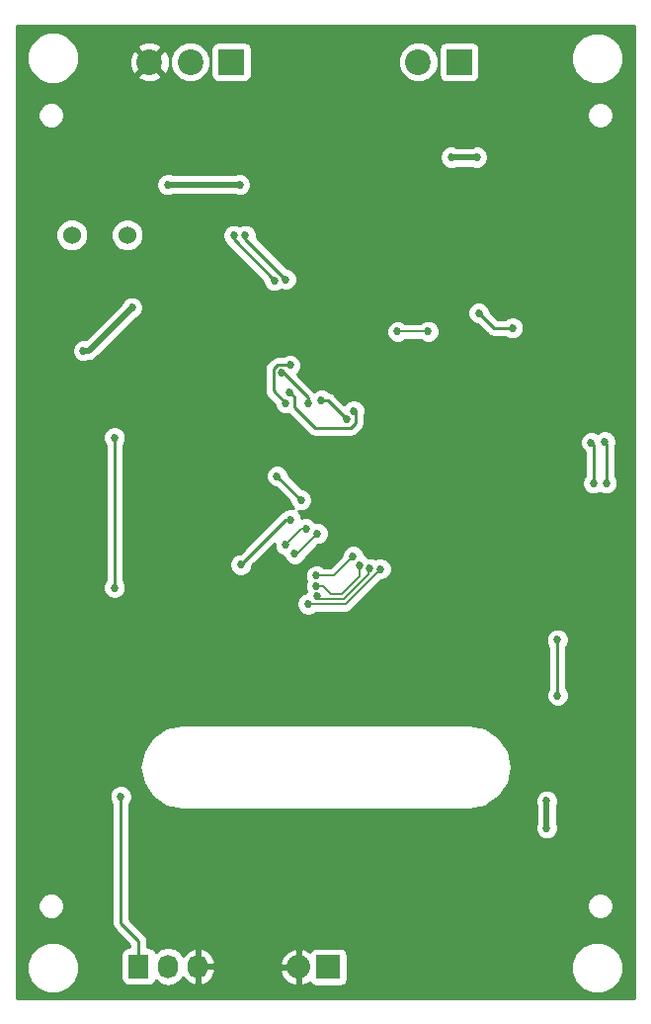
<source format=gbl>
G04 #@! TF.FileFunction,Copper,L2,Bot,Signal*
%FSLAX46Y46*%
G04 Gerber Fmt 4.6, Leading zero omitted, Abs format (unit mm)*
G04 Created by KiCad (PCBNEW 4.0.1-stable) date 3/14/2016 2:44:03 AM*
%MOMM*%
G01*
G04 APERTURE LIST*
%ADD10C,0.100000*%
%ADD11C,0.685800*%
%ADD12R,2.200000X2.200000*%
%ADD13C,2.200000*%
%ADD14C,1.524000*%
%ADD15R,1.727200X2.032000*%
%ADD16O,1.727200X2.032000*%
%ADD17R,2.032000X2.032000*%
%ADD18O,2.032000X2.032000*%
%ADD19C,0.508000*%
%ADD20C,0.254000*%
%ADD21C,0.203200*%
G04 APERTURE END LIST*
D10*
D11*
X156362400Y-122478800D03*
X155092400Y-122478800D03*
X153822400Y-122478800D03*
X152552400Y-122478800D03*
X151282400Y-122478800D03*
X150012400Y-122478800D03*
X148742400Y-122478800D03*
X147472400Y-122478800D03*
X146202400Y-122478800D03*
X156362400Y-121208800D03*
X155092400Y-121208800D03*
X153822400Y-121208800D03*
X152552400Y-121208800D03*
X151282400Y-121208800D03*
X150012400Y-121208800D03*
X148742400Y-121208800D03*
X147472400Y-121208800D03*
X146202400Y-121208800D03*
X156362400Y-119938800D03*
X155092400Y-119938800D03*
X153822400Y-119938800D03*
X152552400Y-119938800D03*
X151282400Y-119938800D03*
X150012400Y-119938800D03*
X148742400Y-119938800D03*
X147472400Y-119938800D03*
X146202400Y-119938800D03*
X156362400Y-118668800D03*
X155092400Y-118668800D03*
X153822400Y-118668800D03*
X152552400Y-118668800D03*
X151282400Y-118668800D03*
X150012400Y-118668800D03*
X148742400Y-118668800D03*
X147472400Y-118668800D03*
X146202400Y-118668800D03*
X167259000Y-113741200D03*
X166243000Y-113741200D03*
X165227000Y-113741200D03*
X167259000Y-112725200D03*
X166243000Y-112725200D03*
X165227000Y-112725200D03*
X167259000Y-111709200D03*
X166243000Y-111709200D03*
X165227000Y-111709200D03*
X147701000Y-113055400D03*
X146685000Y-113055400D03*
X147701000Y-112039400D03*
X146685000Y-112039400D03*
X170840400Y-140462000D03*
X169824400Y-140462000D03*
X168808400Y-140462000D03*
X167792400Y-140462000D03*
X166776400Y-140462000D03*
X165760400Y-140462000D03*
X170840400Y-139446000D03*
X169824400Y-139446000D03*
X168808400Y-139446000D03*
X167792400Y-139446000D03*
X166776400Y-139446000D03*
X165760400Y-139446000D03*
X170840400Y-138430000D03*
X169824400Y-138430000D03*
X168808400Y-138430000D03*
X167792400Y-138430000D03*
X166776400Y-138430000D03*
X165760400Y-138430000D03*
X140157200Y-114249200D03*
X139141200Y-114249200D03*
X138125200Y-114249200D03*
X140157200Y-113233200D03*
X139141200Y-113233200D03*
X138125200Y-113233200D03*
X145923000Y-142976600D03*
X144907000Y-142976600D03*
X145923000Y-141960600D03*
X146939000Y-141960600D03*
X147955000Y-140944600D03*
X146939000Y-142976600D03*
X146939000Y-140944600D03*
X147955000Y-141960600D03*
X147955000Y-142976600D03*
X146939000Y-139928600D03*
X144907000Y-140944600D03*
X144907000Y-139928600D03*
X145923000Y-140944600D03*
X145923000Y-139928600D03*
X144907000Y-141960600D03*
X147955000Y-139928600D03*
X156362400Y-141986000D03*
X155346400Y-141986000D03*
X154330400Y-141986000D03*
X153314400Y-141986000D03*
X156362400Y-140970000D03*
X155346400Y-140970000D03*
X154330400Y-140970000D03*
X153314400Y-140970000D03*
X156362400Y-139954000D03*
X155346400Y-139954000D03*
X154330400Y-139954000D03*
X153314400Y-139954000D03*
X156362400Y-138938000D03*
X155346400Y-138938000D03*
X154330400Y-138938000D03*
D12*
X164688400Y-67157600D03*
D13*
X161188400Y-67157600D03*
D12*
X145155800Y-67157600D03*
D13*
X141655800Y-67157600D03*
X138155800Y-67157600D03*
D14*
X131495800Y-81965800D03*
X136245800Y-81965800D03*
D15*
X137210800Y-144627600D03*
D16*
X139750800Y-144627600D03*
X142290800Y-144627600D03*
D17*
X153466800Y-144678400D03*
D18*
X150926800Y-144678400D03*
D11*
X153314400Y-138938000D03*
X164007800Y-75311000D03*
X166192200Y-75311000D03*
X178841400Y-109804200D03*
X141834033Y-106477233D03*
X157861000Y-102946200D03*
X169697400Y-109905800D03*
X170535600Y-95046800D03*
X178866800Y-94945200D03*
X177368200Y-104597200D03*
X157403800Y-79984600D03*
X171399200Y-80187800D03*
X132791200Y-103225600D03*
X132791200Y-100888800D03*
X140360400Y-91770200D03*
X132486400Y-91897200D03*
X136652000Y-88188800D03*
X145872200Y-77673200D03*
X139725400Y-77673200D03*
X155651200Y-97028000D03*
X150183713Y-95485216D03*
X155083196Y-97776732D03*
X152881800Y-96138200D03*
X166370000Y-88646000D03*
X169265600Y-89941400D03*
X177165000Y-99695000D03*
X177317400Y-103241710D03*
X175996600Y-99745800D03*
X176199800Y-103241710D03*
X159410400Y-90246200D03*
X162026600Y-90228785D03*
X172186600Y-130441689D03*
X172186600Y-132791200D03*
X145973800Y-110197910D03*
X150225819Y-106364979D03*
X151567294Y-107131705D03*
X149819866Y-108498133D03*
X152557903Y-107542948D03*
X150594566Y-109272834D03*
X157937200Y-110578853D03*
X151751900Y-113575707D03*
X157034699Y-110565355D03*
X152477727Y-112927997D03*
X156196230Y-110269901D03*
X152450800Y-112039403D03*
X155600400Y-109474000D03*
X152450800Y-111150400D03*
X135153400Y-112191800D03*
X135686800Y-130073400D03*
X135148900Y-99334900D03*
X146354800Y-82003890D03*
X149834600Y-85775800D03*
X150190200Y-93116400D03*
X149817484Y-96372463D03*
X145364200Y-82003890D03*
X148869400Y-85877400D03*
X149479000Y-93802200D03*
X151716190Y-96402087D03*
X173101000Y-116636800D03*
X173126400Y-121412000D03*
X149072600Y-102616000D03*
X151120980Y-104677559D03*
D19*
X166192200Y-75311000D02*
X164007800Y-75311000D01*
X136652000Y-88188800D02*
X132943600Y-91897200D01*
X132943600Y-91897200D02*
X132486400Y-91897200D01*
X139725400Y-77673200D02*
X145872200Y-77673200D01*
D20*
X155651200Y-97028000D02*
X155807097Y-97183898D01*
X155807097Y-97183898D02*
X155807097Y-98124205D01*
X155807097Y-98124205D02*
X155430669Y-98500633D01*
X155430669Y-98500633D02*
X152322082Y-98500633D01*
X150541385Y-96719936D02*
X150541385Y-95842888D01*
X152322082Y-98500633D02*
X150541385Y-96719936D01*
X150541385Y-95842888D02*
X150526612Y-95828115D01*
X150526612Y-95828115D02*
X150183713Y-95485216D01*
X155083196Y-97776732D02*
X153444664Y-96138200D01*
X153444664Y-96138200D02*
X152881800Y-96138200D01*
X169265600Y-89941400D02*
X167665400Y-89941400D01*
X167665400Y-89941400D02*
X166370000Y-88646000D01*
X177317400Y-103241710D02*
X177317400Y-99847400D01*
X177317400Y-99847400D02*
X177165000Y-99695000D01*
X176199800Y-103241710D02*
X176199800Y-99949000D01*
X176199800Y-99949000D02*
X175996600Y-99745800D01*
D21*
X162026600Y-90228785D02*
X159427815Y-90228785D01*
X159427815Y-90228785D02*
X159410400Y-90246200D01*
D19*
X172186600Y-132791200D02*
X172186600Y-130441689D01*
D20*
X145973800Y-110197910D02*
X149806731Y-106364979D01*
X149806731Y-106364979D02*
X150225819Y-106364979D01*
D21*
X149819866Y-108498133D02*
X151186294Y-107131705D01*
X151186294Y-107131705D02*
X151567294Y-107131705D01*
X152557903Y-107542948D02*
X150828017Y-109272834D01*
X150828017Y-109272834D02*
X150594566Y-109272834D01*
X157937200Y-110578853D02*
X154940346Y-113575707D01*
X154940346Y-113575707D02*
X151751900Y-113575707D01*
X157034699Y-110565355D02*
X156895800Y-110704254D01*
X156895800Y-110704254D02*
X156895800Y-111045503D01*
X156895800Y-111045503D02*
X154772006Y-113169297D01*
X154772006Y-113169297D02*
X152719027Y-113169297D01*
X152719027Y-113169297D02*
X152477727Y-112927997D01*
X153707687Y-112762887D02*
X152984203Y-112039403D01*
X152984203Y-112039403D02*
X152450800Y-112039403D01*
X154603666Y-112762887D02*
X153707687Y-112762887D01*
X156196230Y-111170323D02*
X154603666Y-112762887D01*
X156196230Y-110269901D02*
X156196230Y-111170323D01*
X155600400Y-109474000D02*
X153924000Y-111150400D01*
X153924000Y-111150400D02*
X152450800Y-111150400D01*
D20*
X135686800Y-140919200D02*
X137210800Y-142443200D01*
X137210800Y-142443200D02*
X137210800Y-144627600D01*
X135148900Y-110434700D02*
X135148900Y-112187300D01*
X135148900Y-112187300D02*
X135153400Y-112191800D01*
X135686800Y-130073400D02*
X135686800Y-140919200D01*
X135148900Y-99334900D02*
X135148900Y-110434700D01*
X149834600Y-85775800D02*
X146354800Y-82296000D01*
X146354800Y-82296000D02*
X146354800Y-82003890D01*
X149817484Y-96372463D02*
X148755099Y-95310078D01*
X148755099Y-95310078D02*
X148755099Y-93454727D01*
X148755099Y-93454727D02*
X149131527Y-93078299D01*
X149131527Y-93078299D02*
X150152099Y-93078299D01*
X150152099Y-93078299D02*
X150190200Y-93116400D01*
X148869400Y-85877400D02*
X145364200Y-82372200D01*
X145364200Y-82372200D02*
X145364200Y-82003890D01*
X151716190Y-96402087D02*
X151716190Y-95917154D01*
X151716190Y-95917154D02*
X149601236Y-93802200D01*
X149601236Y-93802200D02*
X149479000Y-93802200D01*
X173126400Y-121412000D02*
X173126400Y-116662200D01*
X173126400Y-116662200D02*
X173101000Y-116636800D01*
X151120980Y-104677559D02*
X149072600Y-102629179D01*
X149072600Y-102629179D02*
X149072600Y-102616000D01*
G36*
X179731600Y-147320168D02*
X126795600Y-147345304D01*
X126795600Y-145169343D01*
X127647315Y-145169343D01*
X127984958Y-145986500D01*
X128609611Y-146612245D01*
X129426178Y-146951313D01*
X130310343Y-146952085D01*
X131127500Y-146614442D01*
X131753245Y-145989789D01*
X132092313Y-145173222D01*
X132093085Y-144289057D01*
X131755442Y-143471900D01*
X131130789Y-142846155D01*
X130314222Y-142507087D01*
X129430057Y-142506315D01*
X128612900Y-142843958D01*
X127987155Y-143468611D01*
X127648087Y-144285178D01*
X127647315Y-145169343D01*
X126795600Y-145169343D01*
X126795600Y-139674775D01*
X128594803Y-139674775D01*
X128767233Y-140092086D01*
X129086235Y-140411645D01*
X129503244Y-140584803D01*
X129954775Y-140585197D01*
X130372086Y-140412767D01*
X130691645Y-140093765D01*
X130864803Y-139676756D01*
X130865197Y-139225225D01*
X130692767Y-138807914D01*
X130373765Y-138488355D01*
X129956756Y-138315197D01*
X129505225Y-138314803D01*
X129087914Y-138487233D01*
X128768355Y-138806235D01*
X128595197Y-139223244D01*
X128594803Y-139674775D01*
X126795600Y-139674775D01*
X126795600Y-130267063D01*
X134708731Y-130267063D01*
X134857293Y-130626612D01*
X134924800Y-130694237D01*
X134924800Y-140919200D01*
X134982804Y-141210805D01*
X135147985Y-141458015D01*
X136448800Y-142758831D01*
X136448800Y-142964160D01*
X136347200Y-142964160D01*
X136111883Y-143008438D01*
X135895759Y-143147510D01*
X135750769Y-143359710D01*
X135699760Y-143611600D01*
X135699760Y-145643600D01*
X135744038Y-145878917D01*
X135883110Y-146095041D01*
X136095310Y-146240031D01*
X136347200Y-146291040D01*
X138074400Y-146291040D01*
X138309717Y-146246762D01*
X138525841Y-146107690D01*
X138670831Y-145895490D01*
X138679200Y-145854161D01*
X138691130Y-145872015D01*
X139177311Y-146196871D01*
X139750800Y-146310945D01*
X140324289Y-146196871D01*
X140810470Y-145872015D01*
X141017261Y-145562531D01*
X141388764Y-145978332D01*
X141916009Y-146232309D01*
X141931774Y-146234958D01*
X142163800Y-146113817D01*
X142163800Y-144754600D01*
X142417800Y-144754600D01*
X142417800Y-146113817D01*
X142649826Y-146234958D01*
X142665591Y-146232309D01*
X143192836Y-145978332D01*
X143582754Y-145541920D01*
X143750857Y-145061346D01*
X149320817Y-145061346D01*
X149589612Y-145646779D01*
X150061982Y-146084785D01*
X150543856Y-146284375D01*
X150799800Y-146165236D01*
X150799800Y-144805400D01*
X149439433Y-144805400D01*
X149320817Y-145061346D01*
X143750857Y-145061346D01*
X143775984Y-144989513D01*
X143631724Y-144754600D01*
X142417800Y-144754600D01*
X142163800Y-144754600D01*
X142143800Y-144754600D01*
X142143800Y-144500600D01*
X142163800Y-144500600D01*
X142163800Y-143141383D01*
X142417800Y-143141383D01*
X142417800Y-144500600D01*
X143631724Y-144500600D01*
X143757704Y-144295454D01*
X149320817Y-144295454D01*
X149439433Y-144551400D01*
X150799800Y-144551400D01*
X150799800Y-143191564D01*
X151053800Y-143191564D01*
X151053800Y-144551400D01*
X151073800Y-144551400D01*
X151073800Y-144805400D01*
X151053800Y-144805400D01*
X151053800Y-146165236D01*
X151309744Y-146284375D01*
X151791618Y-146084785D01*
X151889198Y-145994303D01*
X151986710Y-146145841D01*
X152198910Y-146290831D01*
X152450800Y-146341840D01*
X154482800Y-146341840D01*
X154718117Y-146297562D01*
X154934241Y-146158490D01*
X155079231Y-145946290D01*
X155130240Y-145694400D01*
X155130240Y-145169343D01*
X174281715Y-145169343D01*
X174619358Y-145986500D01*
X175244011Y-146612245D01*
X176060578Y-146951313D01*
X176944743Y-146952085D01*
X177761900Y-146614442D01*
X178387645Y-145989789D01*
X178726713Y-145173222D01*
X178727485Y-144289057D01*
X178389842Y-143471900D01*
X177765189Y-142846155D01*
X176948622Y-142507087D01*
X176064457Y-142506315D01*
X175247300Y-142843958D01*
X174621555Y-143468611D01*
X174282487Y-144285178D01*
X174281715Y-145169343D01*
X155130240Y-145169343D01*
X155130240Y-143662400D01*
X155085962Y-143427083D01*
X154946890Y-143210959D01*
X154734690Y-143065969D01*
X154482800Y-143014960D01*
X152450800Y-143014960D01*
X152215483Y-143059238D01*
X151999359Y-143198310D01*
X151887960Y-143361348D01*
X151791618Y-143272015D01*
X151309744Y-143072425D01*
X151053800Y-143191564D01*
X150799800Y-143191564D01*
X150543856Y-143072425D01*
X150061982Y-143272015D01*
X149589612Y-143710021D01*
X149320817Y-144295454D01*
X143757704Y-144295454D01*
X143775984Y-144265687D01*
X143582754Y-143713280D01*
X143192836Y-143276868D01*
X142665591Y-143022891D01*
X142649826Y-143020242D01*
X142417800Y-143141383D01*
X142163800Y-143141383D01*
X141931774Y-143020242D01*
X141916009Y-143022891D01*
X141388764Y-143276868D01*
X141017261Y-143692669D01*
X140810470Y-143383185D01*
X140324289Y-143058329D01*
X139750800Y-142944255D01*
X139177311Y-143058329D01*
X138691130Y-143383185D01*
X138681557Y-143397513D01*
X138677562Y-143376283D01*
X138538490Y-143160159D01*
X138326290Y-143015169D01*
X138074400Y-142964160D01*
X137972800Y-142964160D01*
X137972800Y-142443200D01*
X137914796Y-142151595D01*
X137749615Y-141904384D01*
X136448800Y-140603570D01*
X136448800Y-139674775D01*
X175634803Y-139674775D01*
X175807233Y-140092086D01*
X176126235Y-140411645D01*
X176543244Y-140584803D01*
X176994775Y-140585197D01*
X177412086Y-140412767D01*
X177731645Y-140093765D01*
X177904803Y-139676756D01*
X177905197Y-139225225D01*
X177732767Y-138807914D01*
X177413765Y-138488355D01*
X176996756Y-138315197D01*
X176545225Y-138314803D01*
X176127914Y-138487233D01*
X175808355Y-138806235D01*
X175635197Y-139223244D01*
X175634803Y-139674775D01*
X136448800Y-139674775D01*
X136448800Y-130694483D01*
X136515340Y-130628059D01*
X136664530Y-130268770D01*
X136664869Y-129879737D01*
X136516307Y-129520188D01*
X136241459Y-129244860D01*
X135882170Y-129095670D01*
X135493137Y-129095331D01*
X135133588Y-129243893D01*
X134858260Y-129518741D01*
X134709070Y-129878030D01*
X134708731Y-130267063D01*
X126795600Y-130267063D01*
X126795600Y-127550000D01*
X137308692Y-127550000D01*
X137585390Y-128941054D01*
X138373359Y-130120333D01*
X139552638Y-130908302D01*
X140943692Y-131185000D01*
X165556308Y-131185000D01*
X166947362Y-130908302D01*
X167355860Y-130635352D01*
X171208531Y-130635352D01*
X171297600Y-130850916D01*
X171297600Y-132382145D01*
X171208870Y-132595830D01*
X171208531Y-132984863D01*
X171357093Y-133344412D01*
X171631941Y-133619740D01*
X171991230Y-133768930D01*
X172380263Y-133769269D01*
X172739812Y-133620707D01*
X173015140Y-133345859D01*
X173164330Y-132986570D01*
X173164669Y-132597537D01*
X173075600Y-132381973D01*
X173075600Y-130850744D01*
X173164330Y-130637059D01*
X173164669Y-130248026D01*
X173016107Y-129888477D01*
X172741259Y-129613149D01*
X172381970Y-129463959D01*
X171992937Y-129463620D01*
X171633388Y-129612182D01*
X171358060Y-129887030D01*
X171208870Y-130246319D01*
X171208531Y-130635352D01*
X167355860Y-130635352D01*
X168126641Y-130120333D01*
X168914610Y-128941054D01*
X169191308Y-127550000D01*
X168914610Y-126158946D01*
X168126641Y-124979667D01*
X166947362Y-124191698D01*
X165556308Y-123915000D01*
X140943692Y-123915000D01*
X139552638Y-124191698D01*
X138373359Y-124979667D01*
X137585390Y-126158946D01*
X137308692Y-127550000D01*
X126795600Y-127550000D01*
X126795600Y-116830463D01*
X172122931Y-116830463D01*
X172271493Y-117190012D01*
X172364400Y-117283081D01*
X172364400Y-120790917D01*
X172297860Y-120857341D01*
X172148670Y-121216630D01*
X172148331Y-121605663D01*
X172296893Y-121965212D01*
X172571741Y-122240540D01*
X172931030Y-122389730D01*
X173320063Y-122390069D01*
X173679612Y-122241507D01*
X173954940Y-121966659D01*
X174104130Y-121607370D01*
X174104469Y-121218337D01*
X173955907Y-120858788D01*
X173888400Y-120791163D01*
X173888400Y-117232527D01*
X173929540Y-117191459D01*
X174078730Y-116832170D01*
X174079069Y-116443137D01*
X173930507Y-116083588D01*
X173655659Y-115808260D01*
X173296370Y-115659070D01*
X172907337Y-115658731D01*
X172547788Y-115807293D01*
X172272460Y-116082141D01*
X172123270Y-116441430D01*
X172122931Y-116830463D01*
X126795600Y-116830463D01*
X126795600Y-113769370D01*
X150773831Y-113769370D01*
X150922393Y-114128919D01*
X151197241Y-114404247D01*
X151556530Y-114553437D01*
X151945563Y-114553776D01*
X152305112Y-114405214D01*
X152398181Y-114312307D01*
X154940346Y-114312307D01*
X155222231Y-114256237D01*
X155461201Y-114096562D01*
X158000954Y-111556809D01*
X158130863Y-111556922D01*
X158490412Y-111408360D01*
X158765740Y-111133512D01*
X158914930Y-110774223D01*
X158915269Y-110385190D01*
X158766707Y-110025641D01*
X158491859Y-109750313D01*
X158132570Y-109601123D01*
X157743537Y-109600784D01*
X157502053Y-109700563D01*
X157230069Y-109587625D01*
X156896608Y-109587334D01*
X156750889Y-109441361D01*
X156578391Y-109369734D01*
X156578469Y-109280337D01*
X156429907Y-108920788D01*
X156155059Y-108645460D01*
X155795770Y-108496270D01*
X155406737Y-108495931D01*
X155047188Y-108644493D01*
X154771860Y-108919341D01*
X154622670Y-109278630D01*
X154622555Y-109410135D01*
X153618890Y-110413800D01*
X153097239Y-110413800D01*
X153005459Y-110321860D01*
X152646170Y-110172670D01*
X152257137Y-110172331D01*
X151897588Y-110320893D01*
X151622260Y-110595741D01*
X151473070Y-110955030D01*
X151472731Y-111344063D01*
X151576447Y-111595075D01*
X151473070Y-111844033D01*
X151472731Y-112233066D01*
X151589792Y-112516377D01*
X151555596Y-112598729D01*
X151198688Y-112746200D01*
X150923360Y-113021048D01*
X150774170Y-113380337D01*
X150773831Y-113769370D01*
X126795600Y-113769370D01*
X126795600Y-99528563D01*
X134170831Y-99528563D01*
X134319393Y-99888112D01*
X134386900Y-99955737D01*
X134386900Y-111575209D01*
X134324860Y-111637141D01*
X134175670Y-111996430D01*
X134175331Y-112385463D01*
X134323893Y-112745012D01*
X134598741Y-113020340D01*
X134958030Y-113169530D01*
X135347063Y-113169869D01*
X135706612Y-113021307D01*
X135981940Y-112746459D01*
X136131130Y-112387170D01*
X136131469Y-111998137D01*
X135982907Y-111638588D01*
X135910900Y-111566455D01*
X135910900Y-110391573D01*
X144995731Y-110391573D01*
X145144293Y-110751122D01*
X145419141Y-111026450D01*
X145778430Y-111175640D01*
X146167463Y-111175979D01*
X146527012Y-111027417D01*
X146802340Y-110752569D01*
X146951530Y-110393280D01*
X146951613Y-110297727D01*
X148842045Y-108407295D01*
X148841797Y-108691796D01*
X148990359Y-109051345D01*
X149265207Y-109326673D01*
X149619512Y-109473793D01*
X149765059Y-109826046D01*
X150039907Y-110101374D01*
X150399196Y-110250564D01*
X150788229Y-110250903D01*
X151147778Y-110102341D01*
X151423106Y-109827493D01*
X151499823Y-109642738D01*
X152621657Y-108520904D01*
X152751566Y-108521017D01*
X153111115Y-108372455D01*
X153386443Y-108097607D01*
X153535633Y-107738318D01*
X153535972Y-107349285D01*
X153387410Y-106989736D01*
X153112562Y-106714408D01*
X152753273Y-106565218D01*
X152383227Y-106564896D01*
X152121953Y-106303165D01*
X151762664Y-106153975D01*
X151373631Y-106153636D01*
X151203842Y-106223791D01*
X151203888Y-106171316D01*
X151055326Y-105811767D01*
X150880367Y-105636502D01*
X150925610Y-105655289D01*
X151314643Y-105655628D01*
X151674192Y-105507066D01*
X151949520Y-105232218D01*
X152098710Y-104872929D01*
X152099049Y-104483896D01*
X151950487Y-104124347D01*
X151675639Y-103849019D01*
X151316350Y-103699829D01*
X151220798Y-103699746D01*
X150050576Y-102529524D01*
X150050669Y-102422337D01*
X149902107Y-102062788D01*
X149627259Y-101787460D01*
X149267970Y-101638270D01*
X148878937Y-101637931D01*
X148519388Y-101786493D01*
X148244060Y-102061341D01*
X148094870Y-102420630D01*
X148094531Y-102809663D01*
X148243093Y-103169212D01*
X148517941Y-103444540D01*
X148877230Y-103593730D01*
X148959593Y-103593802D01*
X150142993Y-104777203D01*
X150142911Y-104871222D01*
X150291473Y-105230771D01*
X150466432Y-105406036D01*
X150421189Y-105387249D01*
X150032156Y-105386910D01*
X149672607Y-105535472D01*
X149554778Y-105653096D01*
X149515126Y-105660983D01*
X149291628Y-105810320D01*
X149267916Y-105826164D01*
X145874157Y-109219923D01*
X145780137Y-109219841D01*
X145420588Y-109368403D01*
X145145260Y-109643251D01*
X144996070Y-110002540D01*
X144995731Y-110391573D01*
X135910900Y-110391573D01*
X135910900Y-99955983D01*
X135927448Y-99939463D01*
X175018531Y-99939463D01*
X175167093Y-100299012D01*
X175437800Y-100570192D01*
X175437800Y-102620627D01*
X175371260Y-102687051D01*
X175222070Y-103046340D01*
X175221731Y-103435373D01*
X175370293Y-103794922D01*
X175645141Y-104070250D01*
X176004430Y-104219440D01*
X176393463Y-104219779D01*
X176753012Y-104071217D01*
X176758368Y-104065870D01*
X176762741Y-104070250D01*
X177122030Y-104219440D01*
X177511063Y-104219779D01*
X177870612Y-104071217D01*
X178145940Y-103796369D01*
X178295130Y-103437080D01*
X178295469Y-103048047D01*
X178146907Y-102688498D01*
X178079400Y-102620873D01*
X178079400Y-100042885D01*
X178142730Y-99890370D01*
X178143069Y-99501337D01*
X177994507Y-99141788D01*
X177719659Y-98866460D01*
X177360370Y-98717270D01*
X176971337Y-98716931D01*
X176611788Y-98865493D01*
X176555587Y-98921596D01*
X176551259Y-98917260D01*
X176191970Y-98768070D01*
X175802937Y-98767731D01*
X175443388Y-98916293D01*
X175168060Y-99191141D01*
X175018870Y-99550430D01*
X175018531Y-99939463D01*
X135927448Y-99939463D01*
X135977440Y-99889559D01*
X136126630Y-99530270D01*
X136126969Y-99141237D01*
X135978407Y-98781688D01*
X135703559Y-98506360D01*
X135344270Y-98357170D01*
X134955237Y-98356831D01*
X134595688Y-98505393D01*
X134320360Y-98780241D01*
X134171170Y-99139530D01*
X134170831Y-99528563D01*
X126795600Y-99528563D01*
X126795600Y-93454727D01*
X147993099Y-93454727D01*
X147993099Y-95310078D01*
X148051103Y-95601683D01*
X148168126Y-95776820D01*
X148216284Y-95848893D01*
X148839497Y-96472107D01*
X148839415Y-96566126D01*
X148987977Y-96925675D01*
X149262825Y-97201003D01*
X149622114Y-97350193D01*
X150011147Y-97350532D01*
X150070024Y-97326205D01*
X151783267Y-99039448D01*
X152030477Y-99204629D01*
X152322082Y-99262633D01*
X155430669Y-99262633D01*
X155722274Y-99204629D01*
X155969484Y-99039448D01*
X156345913Y-98663020D01*
X156511094Y-98415809D01*
X156569097Y-98124205D01*
X156569097Y-97367464D01*
X156628930Y-97223370D01*
X156629269Y-96834337D01*
X156480707Y-96474788D01*
X156205859Y-96199460D01*
X155846570Y-96050270D01*
X155457537Y-96049931D01*
X155097988Y-96198493D01*
X154840063Y-96455969D01*
X153983479Y-95599385D01*
X153944810Y-95573547D01*
X153736269Y-95434204D01*
X153517308Y-95390650D01*
X153436459Y-95309660D01*
X153077170Y-95160470D01*
X152688137Y-95160131D01*
X152328588Y-95308693D01*
X152256532Y-95380623D01*
X152255006Y-95378339D01*
X150783027Y-93906361D01*
X151018740Y-93671059D01*
X151167930Y-93311770D01*
X151168269Y-92922737D01*
X151019707Y-92563188D01*
X150744859Y-92287860D01*
X150385570Y-92138670D01*
X149996537Y-92138331D01*
X149636988Y-92286893D01*
X149607531Y-92316299D01*
X149131527Y-92316299D01*
X148839923Y-92374302D01*
X148592712Y-92539483D01*
X148216284Y-92915912D01*
X148051103Y-93163122D01*
X147993099Y-93454727D01*
X126795600Y-93454727D01*
X126795600Y-92090863D01*
X131508331Y-92090863D01*
X131656893Y-92450412D01*
X131931741Y-92725740D01*
X132291030Y-92874930D01*
X132680063Y-92875269D01*
X132895627Y-92786200D01*
X132943600Y-92786200D01*
X133283806Y-92718529D01*
X133572218Y-92525818D01*
X135658173Y-90439863D01*
X158432331Y-90439863D01*
X158580893Y-90799412D01*
X158855741Y-91074740D01*
X159215030Y-91223930D01*
X159604063Y-91224269D01*
X159963612Y-91075707D01*
X160074127Y-90965385D01*
X161380161Y-90965385D01*
X161471941Y-91057325D01*
X161831230Y-91206515D01*
X162220263Y-91206854D01*
X162579812Y-91058292D01*
X162855140Y-90783444D01*
X163004330Y-90424155D01*
X163004669Y-90035122D01*
X162856107Y-89675573D01*
X162581259Y-89400245D01*
X162221970Y-89251055D01*
X161832937Y-89250716D01*
X161473388Y-89399278D01*
X161380319Y-89492185D01*
X160039454Y-89492185D01*
X159965059Y-89417660D01*
X159605770Y-89268470D01*
X159216737Y-89268131D01*
X158857188Y-89416693D01*
X158581860Y-89691541D01*
X158432670Y-90050830D01*
X158432331Y-90439863D01*
X135658173Y-90439863D01*
X136991373Y-89106663D01*
X137205212Y-89018307D01*
X137384167Y-88839663D01*
X165391931Y-88839663D01*
X165540493Y-89199212D01*
X165815341Y-89474540D01*
X166174630Y-89623730D01*
X166270183Y-89623813D01*
X167126584Y-90480215D01*
X167198227Y-90528085D01*
X167373795Y-90645396D01*
X167665400Y-90703400D01*
X168644517Y-90703400D01*
X168710941Y-90769940D01*
X169070230Y-90919130D01*
X169459263Y-90919469D01*
X169818812Y-90770907D01*
X170094140Y-90496059D01*
X170243330Y-90136770D01*
X170243669Y-89747737D01*
X170095107Y-89388188D01*
X169820259Y-89112860D01*
X169460970Y-88963670D01*
X169071937Y-88963331D01*
X168712388Y-89111893D01*
X168644763Y-89179400D01*
X167981031Y-89179400D01*
X167347987Y-88546357D01*
X167348069Y-88452337D01*
X167199507Y-88092788D01*
X166924659Y-87817460D01*
X166565370Y-87668270D01*
X166176337Y-87667931D01*
X165816788Y-87816493D01*
X165541460Y-88091341D01*
X165392270Y-88450630D01*
X165391931Y-88839663D01*
X137384167Y-88839663D01*
X137480540Y-88743459D01*
X137629730Y-88384170D01*
X137630069Y-87995137D01*
X137481507Y-87635588D01*
X137206659Y-87360260D01*
X136847370Y-87211070D01*
X136458337Y-87210731D01*
X136098788Y-87359293D01*
X135823460Y-87634141D01*
X135734014Y-87849550D01*
X132664109Y-90919455D01*
X132292737Y-90919131D01*
X131933188Y-91067693D01*
X131657860Y-91342541D01*
X131508670Y-91701830D01*
X131508331Y-92090863D01*
X126795600Y-92090863D01*
X126795600Y-82242461D01*
X130098558Y-82242461D01*
X130310790Y-82756103D01*
X130703430Y-83149429D01*
X131216700Y-83362557D01*
X131772461Y-83363042D01*
X132286103Y-83150810D01*
X132679429Y-82758170D01*
X132892557Y-82244900D01*
X132892559Y-82242461D01*
X134848558Y-82242461D01*
X135060790Y-82756103D01*
X135453430Y-83149429D01*
X135966700Y-83362557D01*
X136522461Y-83363042D01*
X137036103Y-83150810D01*
X137429429Y-82758170D01*
X137642557Y-82244900D01*
X137642598Y-82197553D01*
X144386131Y-82197553D01*
X144534693Y-82557102D01*
X144698654Y-82721349D01*
X144721876Y-82756103D01*
X144825385Y-82911015D01*
X147891413Y-85977044D01*
X147891331Y-86071063D01*
X148039893Y-86430612D01*
X148314741Y-86705940D01*
X148674030Y-86855130D01*
X149063063Y-86855469D01*
X149422612Y-86706907D01*
X149453263Y-86676310D01*
X149639230Y-86753530D01*
X150028263Y-86753869D01*
X150387812Y-86605307D01*
X150663140Y-86330459D01*
X150812330Y-85971170D01*
X150812669Y-85582137D01*
X150664107Y-85222588D01*
X150389259Y-84947260D01*
X150029970Y-84798070D01*
X149934418Y-84797987D01*
X147332533Y-82196103D01*
X147332869Y-81810227D01*
X147184307Y-81450678D01*
X146909459Y-81175350D01*
X146550170Y-81026160D01*
X146161137Y-81025821D01*
X145859201Y-81150578D01*
X145559570Y-81026160D01*
X145170537Y-81025821D01*
X144810988Y-81174383D01*
X144535660Y-81449231D01*
X144386470Y-81808520D01*
X144386131Y-82197553D01*
X137642598Y-82197553D01*
X137643042Y-81689139D01*
X137430810Y-81175497D01*
X137038170Y-80782171D01*
X136524900Y-80569043D01*
X135969139Y-80568558D01*
X135455497Y-80780790D01*
X135062171Y-81173430D01*
X134849043Y-81686700D01*
X134848558Y-82242461D01*
X132892559Y-82242461D01*
X132893042Y-81689139D01*
X132680810Y-81175497D01*
X132288170Y-80782171D01*
X131774900Y-80569043D01*
X131219139Y-80568558D01*
X130705497Y-80780790D01*
X130312171Y-81173430D01*
X130099043Y-81686700D01*
X130098558Y-82242461D01*
X126795600Y-82242461D01*
X126795600Y-77866863D01*
X138747331Y-77866863D01*
X138895893Y-78226412D01*
X139170741Y-78501740D01*
X139530030Y-78650930D01*
X139919063Y-78651269D01*
X140134627Y-78562200D01*
X145463145Y-78562200D01*
X145676830Y-78650930D01*
X146065863Y-78651269D01*
X146425412Y-78502707D01*
X146700740Y-78227859D01*
X146849930Y-77868570D01*
X146850269Y-77479537D01*
X146701707Y-77119988D01*
X146426859Y-76844660D01*
X146067570Y-76695470D01*
X145678537Y-76695131D01*
X145462973Y-76784200D01*
X140134455Y-76784200D01*
X139920770Y-76695470D01*
X139531737Y-76695131D01*
X139172188Y-76843693D01*
X138896860Y-77118541D01*
X138747670Y-77477830D01*
X138747331Y-77866863D01*
X126795600Y-77866863D01*
X126795600Y-75504663D01*
X163029731Y-75504663D01*
X163178293Y-75864212D01*
X163453141Y-76139540D01*
X163812430Y-76288730D01*
X164201463Y-76289069D01*
X164417027Y-76200000D01*
X165783145Y-76200000D01*
X165996830Y-76288730D01*
X166385863Y-76289069D01*
X166745412Y-76140507D01*
X167020740Y-75865659D01*
X167169930Y-75506370D01*
X167170269Y-75117337D01*
X167021707Y-74757788D01*
X166746859Y-74482460D01*
X166387570Y-74333270D01*
X165998537Y-74332931D01*
X165782973Y-74422000D01*
X164416855Y-74422000D01*
X164203170Y-74333270D01*
X163814137Y-74332931D01*
X163454588Y-74481493D01*
X163179260Y-74756341D01*
X163030070Y-75115630D01*
X163029731Y-75504663D01*
X126795600Y-75504663D01*
X126795600Y-71924775D01*
X128594803Y-71924775D01*
X128767233Y-72342086D01*
X129086235Y-72661645D01*
X129503244Y-72834803D01*
X129954775Y-72835197D01*
X130372086Y-72662767D01*
X130691645Y-72343765D01*
X130864803Y-71926756D01*
X130864804Y-71924775D01*
X175634803Y-71924775D01*
X175807233Y-72342086D01*
X176126235Y-72661645D01*
X176543244Y-72834803D01*
X176994775Y-72835197D01*
X177412086Y-72662767D01*
X177731645Y-72343765D01*
X177904803Y-71926756D01*
X177905197Y-71475225D01*
X177732767Y-71057914D01*
X177413765Y-70738355D01*
X176996756Y-70565197D01*
X176545225Y-70564803D01*
X176127914Y-70737233D01*
X175808355Y-71056235D01*
X175635197Y-71473244D01*
X175634803Y-71924775D01*
X130864804Y-71924775D01*
X130865197Y-71475225D01*
X130692767Y-71057914D01*
X130373765Y-70738355D01*
X129956756Y-70565197D01*
X129505225Y-70564803D01*
X129087914Y-70737233D01*
X128768355Y-71056235D01*
X128595197Y-71473244D01*
X128594803Y-71924775D01*
X126795600Y-71924775D01*
X126795600Y-67242143D01*
X127647315Y-67242143D01*
X127984958Y-68059300D01*
X128609611Y-68685045D01*
X129426178Y-69024113D01*
X130310343Y-69024885D01*
X131127500Y-68687242D01*
X131432806Y-68382468D01*
X137110537Y-68382468D01*
X137221441Y-68659699D01*
X137867393Y-68902923D01*
X138557253Y-68880436D01*
X139090159Y-68659699D01*
X139201063Y-68382468D01*
X138155800Y-67337205D01*
X137110537Y-68382468D01*
X131432806Y-68382468D01*
X131753245Y-68062589D01*
X132092313Y-67246022D01*
X132092642Y-66869193D01*
X136410477Y-66869193D01*
X136432964Y-67559053D01*
X136653701Y-68091959D01*
X136930932Y-68202863D01*
X137976195Y-67157600D01*
X138335405Y-67157600D01*
X139380668Y-68202863D01*
X139657899Y-68091959D01*
X139880341Y-67501199D01*
X139920499Y-67501199D01*
X140184081Y-68139115D01*
X140671718Y-68627604D01*
X141309173Y-68892299D01*
X141999399Y-68892901D01*
X142637315Y-68629319D01*
X143125804Y-68141682D01*
X143390499Y-67504227D01*
X143391101Y-66814001D01*
X143127519Y-66176085D01*
X143009241Y-66057600D01*
X143408360Y-66057600D01*
X143408360Y-68257600D01*
X143452638Y-68492917D01*
X143591710Y-68709041D01*
X143803910Y-68854031D01*
X144055800Y-68905040D01*
X146255800Y-68905040D01*
X146491117Y-68860762D01*
X146707241Y-68721690D01*
X146852231Y-68509490D01*
X146903240Y-68257600D01*
X146903240Y-67501199D01*
X159453099Y-67501199D01*
X159716681Y-68139115D01*
X160204318Y-68627604D01*
X160841773Y-68892299D01*
X161531999Y-68892901D01*
X162169915Y-68629319D01*
X162658404Y-68141682D01*
X162923099Y-67504227D01*
X162923701Y-66814001D01*
X162660119Y-66176085D01*
X162541841Y-66057600D01*
X162940960Y-66057600D01*
X162940960Y-68257600D01*
X162985238Y-68492917D01*
X163124310Y-68709041D01*
X163336510Y-68854031D01*
X163588400Y-68905040D01*
X165788400Y-68905040D01*
X166023717Y-68860762D01*
X166239841Y-68721690D01*
X166384831Y-68509490D01*
X166435840Y-68257600D01*
X166435840Y-67267543D01*
X174281715Y-67267543D01*
X174619358Y-68084700D01*
X175244011Y-68710445D01*
X176060578Y-69049513D01*
X176944743Y-69050285D01*
X177761900Y-68712642D01*
X178387645Y-68087989D01*
X178726713Y-67271422D01*
X178727485Y-66387257D01*
X178389842Y-65570100D01*
X177765189Y-64944355D01*
X176948622Y-64605287D01*
X176064457Y-64604515D01*
X175247300Y-64942158D01*
X174621555Y-65566811D01*
X174282487Y-66383378D01*
X174281715Y-67267543D01*
X166435840Y-67267543D01*
X166435840Y-66057600D01*
X166391562Y-65822283D01*
X166252490Y-65606159D01*
X166040290Y-65461169D01*
X165788400Y-65410160D01*
X163588400Y-65410160D01*
X163353083Y-65454438D01*
X163136959Y-65593510D01*
X162991969Y-65805710D01*
X162940960Y-66057600D01*
X162541841Y-66057600D01*
X162172482Y-65687596D01*
X161535027Y-65422901D01*
X160844801Y-65422299D01*
X160206885Y-65685881D01*
X159718396Y-66173518D01*
X159453701Y-66810973D01*
X159453099Y-67501199D01*
X146903240Y-67501199D01*
X146903240Y-66057600D01*
X146858962Y-65822283D01*
X146719890Y-65606159D01*
X146507690Y-65461169D01*
X146255800Y-65410160D01*
X144055800Y-65410160D01*
X143820483Y-65454438D01*
X143604359Y-65593510D01*
X143459369Y-65805710D01*
X143408360Y-66057600D01*
X143009241Y-66057600D01*
X142639882Y-65687596D01*
X142002427Y-65422901D01*
X141312201Y-65422299D01*
X140674285Y-65685881D01*
X140185796Y-66173518D01*
X139921101Y-66810973D01*
X139920499Y-67501199D01*
X139880341Y-67501199D01*
X139901123Y-67446007D01*
X139878636Y-66756147D01*
X139657899Y-66223241D01*
X139380668Y-66112337D01*
X138335405Y-67157600D01*
X137976195Y-67157600D01*
X136930932Y-66112337D01*
X136653701Y-66223241D01*
X136410477Y-66869193D01*
X132092642Y-66869193D01*
X132093085Y-66361857D01*
X131915774Y-65932732D01*
X137110537Y-65932732D01*
X138155800Y-66977995D01*
X139201063Y-65932732D01*
X139090159Y-65655501D01*
X138444207Y-65412277D01*
X137754347Y-65434764D01*
X137221441Y-65655501D01*
X137110537Y-65932732D01*
X131915774Y-65932732D01*
X131755442Y-65544700D01*
X131130789Y-64918955D01*
X130314222Y-64579887D01*
X129430057Y-64579115D01*
X128612900Y-64916758D01*
X127987155Y-65541411D01*
X127648087Y-66357978D01*
X127647315Y-67242143D01*
X126795600Y-67242143D01*
X126795600Y-64033400D01*
X179731600Y-64033400D01*
X179731600Y-147320168D01*
X179731600Y-147320168D01*
G37*
X179731600Y-147320168D02*
X126795600Y-147345304D01*
X126795600Y-145169343D01*
X127647315Y-145169343D01*
X127984958Y-145986500D01*
X128609611Y-146612245D01*
X129426178Y-146951313D01*
X130310343Y-146952085D01*
X131127500Y-146614442D01*
X131753245Y-145989789D01*
X132092313Y-145173222D01*
X132093085Y-144289057D01*
X131755442Y-143471900D01*
X131130789Y-142846155D01*
X130314222Y-142507087D01*
X129430057Y-142506315D01*
X128612900Y-142843958D01*
X127987155Y-143468611D01*
X127648087Y-144285178D01*
X127647315Y-145169343D01*
X126795600Y-145169343D01*
X126795600Y-139674775D01*
X128594803Y-139674775D01*
X128767233Y-140092086D01*
X129086235Y-140411645D01*
X129503244Y-140584803D01*
X129954775Y-140585197D01*
X130372086Y-140412767D01*
X130691645Y-140093765D01*
X130864803Y-139676756D01*
X130865197Y-139225225D01*
X130692767Y-138807914D01*
X130373765Y-138488355D01*
X129956756Y-138315197D01*
X129505225Y-138314803D01*
X129087914Y-138487233D01*
X128768355Y-138806235D01*
X128595197Y-139223244D01*
X128594803Y-139674775D01*
X126795600Y-139674775D01*
X126795600Y-130267063D01*
X134708731Y-130267063D01*
X134857293Y-130626612D01*
X134924800Y-130694237D01*
X134924800Y-140919200D01*
X134982804Y-141210805D01*
X135147985Y-141458015D01*
X136448800Y-142758831D01*
X136448800Y-142964160D01*
X136347200Y-142964160D01*
X136111883Y-143008438D01*
X135895759Y-143147510D01*
X135750769Y-143359710D01*
X135699760Y-143611600D01*
X135699760Y-145643600D01*
X135744038Y-145878917D01*
X135883110Y-146095041D01*
X136095310Y-146240031D01*
X136347200Y-146291040D01*
X138074400Y-146291040D01*
X138309717Y-146246762D01*
X138525841Y-146107690D01*
X138670831Y-145895490D01*
X138679200Y-145854161D01*
X138691130Y-145872015D01*
X139177311Y-146196871D01*
X139750800Y-146310945D01*
X140324289Y-146196871D01*
X140810470Y-145872015D01*
X141017261Y-145562531D01*
X141388764Y-145978332D01*
X141916009Y-146232309D01*
X141931774Y-146234958D01*
X142163800Y-146113817D01*
X142163800Y-144754600D01*
X142417800Y-144754600D01*
X142417800Y-146113817D01*
X142649826Y-146234958D01*
X142665591Y-146232309D01*
X143192836Y-145978332D01*
X143582754Y-145541920D01*
X143750857Y-145061346D01*
X149320817Y-145061346D01*
X149589612Y-145646779D01*
X150061982Y-146084785D01*
X150543856Y-146284375D01*
X150799800Y-146165236D01*
X150799800Y-144805400D01*
X149439433Y-144805400D01*
X149320817Y-145061346D01*
X143750857Y-145061346D01*
X143775984Y-144989513D01*
X143631724Y-144754600D01*
X142417800Y-144754600D01*
X142163800Y-144754600D01*
X142143800Y-144754600D01*
X142143800Y-144500600D01*
X142163800Y-144500600D01*
X142163800Y-143141383D01*
X142417800Y-143141383D01*
X142417800Y-144500600D01*
X143631724Y-144500600D01*
X143757704Y-144295454D01*
X149320817Y-144295454D01*
X149439433Y-144551400D01*
X150799800Y-144551400D01*
X150799800Y-143191564D01*
X151053800Y-143191564D01*
X151053800Y-144551400D01*
X151073800Y-144551400D01*
X151073800Y-144805400D01*
X151053800Y-144805400D01*
X151053800Y-146165236D01*
X151309744Y-146284375D01*
X151791618Y-146084785D01*
X151889198Y-145994303D01*
X151986710Y-146145841D01*
X152198910Y-146290831D01*
X152450800Y-146341840D01*
X154482800Y-146341840D01*
X154718117Y-146297562D01*
X154934241Y-146158490D01*
X155079231Y-145946290D01*
X155130240Y-145694400D01*
X155130240Y-145169343D01*
X174281715Y-145169343D01*
X174619358Y-145986500D01*
X175244011Y-146612245D01*
X176060578Y-146951313D01*
X176944743Y-146952085D01*
X177761900Y-146614442D01*
X178387645Y-145989789D01*
X178726713Y-145173222D01*
X178727485Y-144289057D01*
X178389842Y-143471900D01*
X177765189Y-142846155D01*
X176948622Y-142507087D01*
X176064457Y-142506315D01*
X175247300Y-142843958D01*
X174621555Y-143468611D01*
X174282487Y-144285178D01*
X174281715Y-145169343D01*
X155130240Y-145169343D01*
X155130240Y-143662400D01*
X155085962Y-143427083D01*
X154946890Y-143210959D01*
X154734690Y-143065969D01*
X154482800Y-143014960D01*
X152450800Y-143014960D01*
X152215483Y-143059238D01*
X151999359Y-143198310D01*
X151887960Y-143361348D01*
X151791618Y-143272015D01*
X151309744Y-143072425D01*
X151053800Y-143191564D01*
X150799800Y-143191564D01*
X150543856Y-143072425D01*
X150061982Y-143272015D01*
X149589612Y-143710021D01*
X149320817Y-144295454D01*
X143757704Y-144295454D01*
X143775984Y-144265687D01*
X143582754Y-143713280D01*
X143192836Y-143276868D01*
X142665591Y-143022891D01*
X142649826Y-143020242D01*
X142417800Y-143141383D01*
X142163800Y-143141383D01*
X141931774Y-143020242D01*
X141916009Y-143022891D01*
X141388764Y-143276868D01*
X141017261Y-143692669D01*
X140810470Y-143383185D01*
X140324289Y-143058329D01*
X139750800Y-142944255D01*
X139177311Y-143058329D01*
X138691130Y-143383185D01*
X138681557Y-143397513D01*
X138677562Y-143376283D01*
X138538490Y-143160159D01*
X138326290Y-143015169D01*
X138074400Y-142964160D01*
X137972800Y-142964160D01*
X137972800Y-142443200D01*
X137914796Y-142151595D01*
X137749615Y-141904384D01*
X136448800Y-140603570D01*
X136448800Y-139674775D01*
X175634803Y-139674775D01*
X175807233Y-140092086D01*
X176126235Y-140411645D01*
X176543244Y-140584803D01*
X176994775Y-140585197D01*
X177412086Y-140412767D01*
X177731645Y-140093765D01*
X177904803Y-139676756D01*
X177905197Y-139225225D01*
X177732767Y-138807914D01*
X177413765Y-138488355D01*
X176996756Y-138315197D01*
X176545225Y-138314803D01*
X176127914Y-138487233D01*
X175808355Y-138806235D01*
X175635197Y-139223244D01*
X175634803Y-139674775D01*
X136448800Y-139674775D01*
X136448800Y-130694483D01*
X136515340Y-130628059D01*
X136664530Y-130268770D01*
X136664869Y-129879737D01*
X136516307Y-129520188D01*
X136241459Y-129244860D01*
X135882170Y-129095670D01*
X135493137Y-129095331D01*
X135133588Y-129243893D01*
X134858260Y-129518741D01*
X134709070Y-129878030D01*
X134708731Y-130267063D01*
X126795600Y-130267063D01*
X126795600Y-127550000D01*
X137308692Y-127550000D01*
X137585390Y-128941054D01*
X138373359Y-130120333D01*
X139552638Y-130908302D01*
X140943692Y-131185000D01*
X165556308Y-131185000D01*
X166947362Y-130908302D01*
X167355860Y-130635352D01*
X171208531Y-130635352D01*
X171297600Y-130850916D01*
X171297600Y-132382145D01*
X171208870Y-132595830D01*
X171208531Y-132984863D01*
X171357093Y-133344412D01*
X171631941Y-133619740D01*
X171991230Y-133768930D01*
X172380263Y-133769269D01*
X172739812Y-133620707D01*
X173015140Y-133345859D01*
X173164330Y-132986570D01*
X173164669Y-132597537D01*
X173075600Y-132381973D01*
X173075600Y-130850744D01*
X173164330Y-130637059D01*
X173164669Y-130248026D01*
X173016107Y-129888477D01*
X172741259Y-129613149D01*
X172381970Y-129463959D01*
X171992937Y-129463620D01*
X171633388Y-129612182D01*
X171358060Y-129887030D01*
X171208870Y-130246319D01*
X171208531Y-130635352D01*
X167355860Y-130635352D01*
X168126641Y-130120333D01*
X168914610Y-128941054D01*
X169191308Y-127550000D01*
X168914610Y-126158946D01*
X168126641Y-124979667D01*
X166947362Y-124191698D01*
X165556308Y-123915000D01*
X140943692Y-123915000D01*
X139552638Y-124191698D01*
X138373359Y-124979667D01*
X137585390Y-126158946D01*
X137308692Y-127550000D01*
X126795600Y-127550000D01*
X126795600Y-116830463D01*
X172122931Y-116830463D01*
X172271493Y-117190012D01*
X172364400Y-117283081D01*
X172364400Y-120790917D01*
X172297860Y-120857341D01*
X172148670Y-121216630D01*
X172148331Y-121605663D01*
X172296893Y-121965212D01*
X172571741Y-122240540D01*
X172931030Y-122389730D01*
X173320063Y-122390069D01*
X173679612Y-122241507D01*
X173954940Y-121966659D01*
X174104130Y-121607370D01*
X174104469Y-121218337D01*
X173955907Y-120858788D01*
X173888400Y-120791163D01*
X173888400Y-117232527D01*
X173929540Y-117191459D01*
X174078730Y-116832170D01*
X174079069Y-116443137D01*
X173930507Y-116083588D01*
X173655659Y-115808260D01*
X173296370Y-115659070D01*
X172907337Y-115658731D01*
X172547788Y-115807293D01*
X172272460Y-116082141D01*
X172123270Y-116441430D01*
X172122931Y-116830463D01*
X126795600Y-116830463D01*
X126795600Y-113769370D01*
X150773831Y-113769370D01*
X150922393Y-114128919D01*
X151197241Y-114404247D01*
X151556530Y-114553437D01*
X151945563Y-114553776D01*
X152305112Y-114405214D01*
X152398181Y-114312307D01*
X154940346Y-114312307D01*
X155222231Y-114256237D01*
X155461201Y-114096562D01*
X158000954Y-111556809D01*
X158130863Y-111556922D01*
X158490412Y-111408360D01*
X158765740Y-111133512D01*
X158914930Y-110774223D01*
X158915269Y-110385190D01*
X158766707Y-110025641D01*
X158491859Y-109750313D01*
X158132570Y-109601123D01*
X157743537Y-109600784D01*
X157502053Y-109700563D01*
X157230069Y-109587625D01*
X156896608Y-109587334D01*
X156750889Y-109441361D01*
X156578391Y-109369734D01*
X156578469Y-109280337D01*
X156429907Y-108920788D01*
X156155059Y-108645460D01*
X155795770Y-108496270D01*
X155406737Y-108495931D01*
X155047188Y-108644493D01*
X154771860Y-108919341D01*
X154622670Y-109278630D01*
X154622555Y-109410135D01*
X153618890Y-110413800D01*
X153097239Y-110413800D01*
X153005459Y-110321860D01*
X152646170Y-110172670D01*
X152257137Y-110172331D01*
X151897588Y-110320893D01*
X151622260Y-110595741D01*
X151473070Y-110955030D01*
X151472731Y-111344063D01*
X151576447Y-111595075D01*
X151473070Y-111844033D01*
X151472731Y-112233066D01*
X151589792Y-112516377D01*
X151555596Y-112598729D01*
X151198688Y-112746200D01*
X150923360Y-113021048D01*
X150774170Y-113380337D01*
X150773831Y-113769370D01*
X126795600Y-113769370D01*
X126795600Y-99528563D01*
X134170831Y-99528563D01*
X134319393Y-99888112D01*
X134386900Y-99955737D01*
X134386900Y-111575209D01*
X134324860Y-111637141D01*
X134175670Y-111996430D01*
X134175331Y-112385463D01*
X134323893Y-112745012D01*
X134598741Y-113020340D01*
X134958030Y-113169530D01*
X135347063Y-113169869D01*
X135706612Y-113021307D01*
X135981940Y-112746459D01*
X136131130Y-112387170D01*
X136131469Y-111998137D01*
X135982907Y-111638588D01*
X135910900Y-111566455D01*
X135910900Y-110391573D01*
X144995731Y-110391573D01*
X145144293Y-110751122D01*
X145419141Y-111026450D01*
X145778430Y-111175640D01*
X146167463Y-111175979D01*
X146527012Y-111027417D01*
X146802340Y-110752569D01*
X146951530Y-110393280D01*
X146951613Y-110297727D01*
X148842045Y-108407295D01*
X148841797Y-108691796D01*
X148990359Y-109051345D01*
X149265207Y-109326673D01*
X149619512Y-109473793D01*
X149765059Y-109826046D01*
X150039907Y-110101374D01*
X150399196Y-110250564D01*
X150788229Y-110250903D01*
X151147778Y-110102341D01*
X151423106Y-109827493D01*
X151499823Y-109642738D01*
X152621657Y-108520904D01*
X152751566Y-108521017D01*
X153111115Y-108372455D01*
X153386443Y-108097607D01*
X153535633Y-107738318D01*
X153535972Y-107349285D01*
X153387410Y-106989736D01*
X153112562Y-106714408D01*
X152753273Y-106565218D01*
X152383227Y-106564896D01*
X152121953Y-106303165D01*
X151762664Y-106153975D01*
X151373631Y-106153636D01*
X151203842Y-106223791D01*
X151203888Y-106171316D01*
X151055326Y-105811767D01*
X150880367Y-105636502D01*
X150925610Y-105655289D01*
X151314643Y-105655628D01*
X151674192Y-105507066D01*
X151949520Y-105232218D01*
X152098710Y-104872929D01*
X152099049Y-104483896D01*
X151950487Y-104124347D01*
X151675639Y-103849019D01*
X151316350Y-103699829D01*
X151220798Y-103699746D01*
X150050576Y-102529524D01*
X150050669Y-102422337D01*
X149902107Y-102062788D01*
X149627259Y-101787460D01*
X149267970Y-101638270D01*
X148878937Y-101637931D01*
X148519388Y-101786493D01*
X148244060Y-102061341D01*
X148094870Y-102420630D01*
X148094531Y-102809663D01*
X148243093Y-103169212D01*
X148517941Y-103444540D01*
X148877230Y-103593730D01*
X148959593Y-103593802D01*
X150142993Y-104777203D01*
X150142911Y-104871222D01*
X150291473Y-105230771D01*
X150466432Y-105406036D01*
X150421189Y-105387249D01*
X150032156Y-105386910D01*
X149672607Y-105535472D01*
X149554778Y-105653096D01*
X149515126Y-105660983D01*
X149291628Y-105810320D01*
X149267916Y-105826164D01*
X145874157Y-109219923D01*
X145780137Y-109219841D01*
X145420588Y-109368403D01*
X145145260Y-109643251D01*
X144996070Y-110002540D01*
X144995731Y-110391573D01*
X135910900Y-110391573D01*
X135910900Y-99955983D01*
X135927448Y-99939463D01*
X175018531Y-99939463D01*
X175167093Y-100299012D01*
X175437800Y-100570192D01*
X175437800Y-102620627D01*
X175371260Y-102687051D01*
X175222070Y-103046340D01*
X175221731Y-103435373D01*
X175370293Y-103794922D01*
X175645141Y-104070250D01*
X176004430Y-104219440D01*
X176393463Y-104219779D01*
X176753012Y-104071217D01*
X176758368Y-104065870D01*
X176762741Y-104070250D01*
X177122030Y-104219440D01*
X177511063Y-104219779D01*
X177870612Y-104071217D01*
X178145940Y-103796369D01*
X178295130Y-103437080D01*
X178295469Y-103048047D01*
X178146907Y-102688498D01*
X178079400Y-102620873D01*
X178079400Y-100042885D01*
X178142730Y-99890370D01*
X178143069Y-99501337D01*
X177994507Y-99141788D01*
X177719659Y-98866460D01*
X177360370Y-98717270D01*
X176971337Y-98716931D01*
X176611788Y-98865493D01*
X176555587Y-98921596D01*
X176551259Y-98917260D01*
X176191970Y-98768070D01*
X175802937Y-98767731D01*
X175443388Y-98916293D01*
X175168060Y-99191141D01*
X175018870Y-99550430D01*
X175018531Y-99939463D01*
X135927448Y-99939463D01*
X135977440Y-99889559D01*
X136126630Y-99530270D01*
X136126969Y-99141237D01*
X135978407Y-98781688D01*
X135703559Y-98506360D01*
X135344270Y-98357170D01*
X134955237Y-98356831D01*
X134595688Y-98505393D01*
X134320360Y-98780241D01*
X134171170Y-99139530D01*
X134170831Y-99528563D01*
X126795600Y-99528563D01*
X126795600Y-93454727D01*
X147993099Y-93454727D01*
X147993099Y-95310078D01*
X148051103Y-95601683D01*
X148168126Y-95776820D01*
X148216284Y-95848893D01*
X148839497Y-96472107D01*
X148839415Y-96566126D01*
X148987977Y-96925675D01*
X149262825Y-97201003D01*
X149622114Y-97350193D01*
X150011147Y-97350532D01*
X150070024Y-97326205D01*
X151783267Y-99039448D01*
X152030477Y-99204629D01*
X152322082Y-99262633D01*
X155430669Y-99262633D01*
X155722274Y-99204629D01*
X155969484Y-99039448D01*
X156345913Y-98663020D01*
X156511094Y-98415809D01*
X156569097Y-98124205D01*
X156569097Y-97367464D01*
X156628930Y-97223370D01*
X156629269Y-96834337D01*
X156480707Y-96474788D01*
X156205859Y-96199460D01*
X155846570Y-96050270D01*
X155457537Y-96049931D01*
X155097988Y-96198493D01*
X154840063Y-96455969D01*
X153983479Y-95599385D01*
X153944810Y-95573547D01*
X153736269Y-95434204D01*
X153517308Y-95390650D01*
X153436459Y-95309660D01*
X153077170Y-95160470D01*
X152688137Y-95160131D01*
X152328588Y-95308693D01*
X152256532Y-95380623D01*
X152255006Y-95378339D01*
X150783027Y-93906361D01*
X151018740Y-93671059D01*
X151167930Y-93311770D01*
X151168269Y-92922737D01*
X151019707Y-92563188D01*
X150744859Y-92287860D01*
X150385570Y-92138670D01*
X149996537Y-92138331D01*
X149636988Y-92286893D01*
X149607531Y-92316299D01*
X149131527Y-92316299D01*
X148839923Y-92374302D01*
X148592712Y-92539483D01*
X148216284Y-92915912D01*
X148051103Y-93163122D01*
X147993099Y-93454727D01*
X126795600Y-93454727D01*
X126795600Y-92090863D01*
X131508331Y-92090863D01*
X131656893Y-92450412D01*
X131931741Y-92725740D01*
X132291030Y-92874930D01*
X132680063Y-92875269D01*
X132895627Y-92786200D01*
X132943600Y-92786200D01*
X133283806Y-92718529D01*
X133572218Y-92525818D01*
X135658173Y-90439863D01*
X158432331Y-90439863D01*
X158580893Y-90799412D01*
X158855741Y-91074740D01*
X159215030Y-91223930D01*
X159604063Y-91224269D01*
X159963612Y-91075707D01*
X160074127Y-90965385D01*
X161380161Y-90965385D01*
X161471941Y-91057325D01*
X161831230Y-91206515D01*
X162220263Y-91206854D01*
X162579812Y-91058292D01*
X162855140Y-90783444D01*
X163004330Y-90424155D01*
X163004669Y-90035122D01*
X162856107Y-89675573D01*
X162581259Y-89400245D01*
X162221970Y-89251055D01*
X161832937Y-89250716D01*
X161473388Y-89399278D01*
X161380319Y-89492185D01*
X160039454Y-89492185D01*
X159965059Y-89417660D01*
X159605770Y-89268470D01*
X159216737Y-89268131D01*
X158857188Y-89416693D01*
X158581860Y-89691541D01*
X158432670Y-90050830D01*
X158432331Y-90439863D01*
X135658173Y-90439863D01*
X136991373Y-89106663D01*
X137205212Y-89018307D01*
X137384167Y-88839663D01*
X165391931Y-88839663D01*
X165540493Y-89199212D01*
X165815341Y-89474540D01*
X166174630Y-89623730D01*
X166270183Y-89623813D01*
X167126584Y-90480215D01*
X167198227Y-90528085D01*
X167373795Y-90645396D01*
X167665400Y-90703400D01*
X168644517Y-90703400D01*
X168710941Y-90769940D01*
X169070230Y-90919130D01*
X169459263Y-90919469D01*
X169818812Y-90770907D01*
X170094140Y-90496059D01*
X170243330Y-90136770D01*
X170243669Y-89747737D01*
X170095107Y-89388188D01*
X169820259Y-89112860D01*
X169460970Y-88963670D01*
X169071937Y-88963331D01*
X168712388Y-89111893D01*
X168644763Y-89179400D01*
X167981031Y-89179400D01*
X167347987Y-88546357D01*
X167348069Y-88452337D01*
X167199507Y-88092788D01*
X166924659Y-87817460D01*
X166565370Y-87668270D01*
X166176337Y-87667931D01*
X165816788Y-87816493D01*
X165541460Y-88091341D01*
X165392270Y-88450630D01*
X165391931Y-88839663D01*
X137384167Y-88839663D01*
X137480540Y-88743459D01*
X137629730Y-88384170D01*
X137630069Y-87995137D01*
X137481507Y-87635588D01*
X137206659Y-87360260D01*
X136847370Y-87211070D01*
X136458337Y-87210731D01*
X136098788Y-87359293D01*
X135823460Y-87634141D01*
X135734014Y-87849550D01*
X132664109Y-90919455D01*
X132292737Y-90919131D01*
X131933188Y-91067693D01*
X131657860Y-91342541D01*
X131508670Y-91701830D01*
X131508331Y-92090863D01*
X126795600Y-92090863D01*
X126795600Y-82242461D01*
X130098558Y-82242461D01*
X130310790Y-82756103D01*
X130703430Y-83149429D01*
X131216700Y-83362557D01*
X131772461Y-83363042D01*
X132286103Y-83150810D01*
X132679429Y-82758170D01*
X132892557Y-82244900D01*
X132892559Y-82242461D01*
X134848558Y-82242461D01*
X135060790Y-82756103D01*
X135453430Y-83149429D01*
X135966700Y-83362557D01*
X136522461Y-83363042D01*
X137036103Y-83150810D01*
X137429429Y-82758170D01*
X137642557Y-82244900D01*
X137642598Y-82197553D01*
X144386131Y-82197553D01*
X144534693Y-82557102D01*
X144698654Y-82721349D01*
X144721876Y-82756103D01*
X144825385Y-82911015D01*
X147891413Y-85977044D01*
X147891331Y-86071063D01*
X148039893Y-86430612D01*
X148314741Y-86705940D01*
X148674030Y-86855130D01*
X149063063Y-86855469D01*
X149422612Y-86706907D01*
X149453263Y-86676310D01*
X149639230Y-86753530D01*
X150028263Y-86753869D01*
X150387812Y-86605307D01*
X150663140Y-86330459D01*
X150812330Y-85971170D01*
X150812669Y-85582137D01*
X150664107Y-85222588D01*
X150389259Y-84947260D01*
X150029970Y-84798070D01*
X149934418Y-84797987D01*
X147332533Y-82196103D01*
X147332869Y-81810227D01*
X147184307Y-81450678D01*
X146909459Y-81175350D01*
X146550170Y-81026160D01*
X146161137Y-81025821D01*
X145859201Y-81150578D01*
X145559570Y-81026160D01*
X145170537Y-81025821D01*
X144810988Y-81174383D01*
X144535660Y-81449231D01*
X144386470Y-81808520D01*
X144386131Y-82197553D01*
X137642598Y-82197553D01*
X137643042Y-81689139D01*
X137430810Y-81175497D01*
X137038170Y-80782171D01*
X136524900Y-80569043D01*
X135969139Y-80568558D01*
X135455497Y-80780790D01*
X135062171Y-81173430D01*
X134849043Y-81686700D01*
X134848558Y-82242461D01*
X132892559Y-82242461D01*
X132893042Y-81689139D01*
X132680810Y-81175497D01*
X132288170Y-80782171D01*
X131774900Y-80569043D01*
X131219139Y-80568558D01*
X130705497Y-80780790D01*
X130312171Y-81173430D01*
X130099043Y-81686700D01*
X130098558Y-82242461D01*
X126795600Y-82242461D01*
X126795600Y-77866863D01*
X138747331Y-77866863D01*
X138895893Y-78226412D01*
X139170741Y-78501740D01*
X139530030Y-78650930D01*
X139919063Y-78651269D01*
X140134627Y-78562200D01*
X145463145Y-78562200D01*
X145676830Y-78650930D01*
X146065863Y-78651269D01*
X146425412Y-78502707D01*
X146700740Y-78227859D01*
X146849930Y-77868570D01*
X146850269Y-77479537D01*
X146701707Y-77119988D01*
X146426859Y-76844660D01*
X146067570Y-76695470D01*
X145678537Y-76695131D01*
X145462973Y-76784200D01*
X140134455Y-76784200D01*
X139920770Y-76695470D01*
X139531737Y-76695131D01*
X139172188Y-76843693D01*
X138896860Y-77118541D01*
X138747670Y-77477830D01*
X138747331Y-77866863D01*
X126795600Y-77866863D01*
X126795600Y-75504663D01*
X163029731Y-75504663D01*
X163178293Y-75864212D01*
X163453141Y-76139540D01*
X163812430Y-76288730D01*
X164201463Y-76289069D01*
X164417027Y-76200000D01*
X165783145Y-76200000D01*
X165996830Y-76288730D01*
X166385863Y-76289069D01*
X166745412Y-76140507D01*
X167020740Y-75865659D01*
X167169930Y-75506370D01*
X167170269Y-75117337D01*
X167021707Y-74757788D01*
X166746859Y-74482460D01*
X166387570Y-74333270D01*
X165998537Y-74332931D01*
X165782973Y-74422000D01*
X164416855Y-74422000D01*
X164203170Y-74333270D01*
X163814137Y-74332931D01*
X163454588Y-74481493D01*
X163179260Y-74756341D01*
X163030070Y-75115630D01*
X163029731Y-75504663D01*
X126795600Y-75504663D01*
X126795600Y-71924775D01*
X128594803Y-71924775D01*
X128767233Y-72342086D01*
X129086235Y-72661645D01*
X129503244Y-72834803D01*
X129954775Y-72835197D01*
X130372086Y-72662767D01*
X130691645Y-72343765D01*
X130864803Y-71926756D01*
X130864804Y-71924775D01*
X175634803Y-71924775D01*
X175807233Y-72342086D01*
X176126235Y-72661645D01*
X176543244Y-72834803D01*
X176994775Y-72835197D01*
X177412086Y-72662767D01*
X177731645Y-72343765D01*
X177904803Y-71926756D01*
X177905197Y-71475225D01*
X177732767Y-71057914D01*
X177413765Y-70738355D01*
X176996756Y-70565197D01*
X176545225Y-70564803D01*
X176127914Y-70737233D01*
X175808355Y-71056235D01*
X175635197Y-71473244D01*
X175634803Y-71924775D01*
X130864804Y-71924775D01*
X130865197Y-71475225D01*
X130692767Y-71057914D01*
X130373765Y-70738355D01*
X129956756Y-70565197D01*
X129505225Y-70564803D01*
X129087914Y-70737233D01*
X128768355Y-71056235D01*
X128595197Y-71473244D01*
X128594803Y-71924775D01*
X126795600Y-71924775D01*
X126795600Y-67242143D01*
X127647315Y-67242143D01*
X127984958Y-68059300D01*
X128609611Y-68685045D01*
X129426178Y-69024113D01*
X130310343Y-69024885D01*
X131127500Y-68687242D01*
X131432806Y-68382468D01*
X137110537Y-68382468D01*
X137221441Y-68659699D01*
X137867393Y-68902923D01*
X138557253Y-68880436D01*
X139090159Y-68659699D01*
X139201063Y-68382468D01*
X138155800Y-67337205D01*
X137110537Y-68382468D01*
X131432806Y-68382468D01*
X131753245Y-68062589D01*
X132092313Y-67246022D01*
X132092642Y-66869193D01*
X136410477Y-66869193D01*
X136432964Y-67559053D01*
X136653701Y-68091959D01*
X136930932Y-68202863D01*
X137976195Y-67157600D01*
X138335405Y-67157600D01*
X139380668Y-68202863D01*
X139657899Y-68091959D01*
X139880341Y-67501199D01*
X139920499Y-67501199D01*
X140184081Y-68139115D01*
X140671718Y-68627604D01*
X141309173Y-68892299D01*
X141999399Y-68892901D01*
X142637315Y-68629319D01*
X143125804Y-68141682D01*
X143390499Y-67504227D01*
X143391101Y-66814001D01*
X143127519Y-66176085D01*
X143009241Y-66057600D01*
X143408360Y-66057600D01*
X143408360Y-68257600D01*
X143452638Y-68492917D01*
X143591710Y-68709041D01*
X143803910Y-68854031D01*
X144055800Y-68905040D01*
X146255800Y-68905040D01*
X146491117Y-68860762D01*
X146707241Y-68721690D01*
X146852231Y-68509490D01*
X146903240Y-68257600D01*
X146903240Y-67501199D01*
X159453099Y-67501199D01*
X159716681Y-68139115D01*
X160204318Y-68627604D01*
X160841773Y-68892299D01*
X161531999Y-68892901D01*
X162169915Y-68629319D01*
X162658404Y-68141682D01*
X162923099Y-67504227D01*
X162923701Y-66814001D01*
X162660119Y-66176085D01*
X162541841Y-66057600D01*
X162940960Y-66057600D01*
X162940960Y-68257600D01*
X162985238Y-68492917D01*
X163124310Y-68709041D01*
X163336510Y-68854031D01*
X163588400Y-68905040D01*
X165788400Y-68905040D01*
X166023717Y-68860762D01*
X166239841Y-68721690D01*
X166384831Y-68509490D01*
X166435840Y-68257600D01*
X166435840Y-67267543D01*
X174281715Y-67267543D01*
X174619358Y-68084700D01*
X175244011Y-68710445D01*
X176060578Y-69049513D01*
X176944743Y-69050285D01*
X177761900Y-68712642D01*
X178387645Y-68087989D01*
X178726713Y-67271422D01*
X178727485Y-66387257D01*
X178389842Y-65570100D01*
X177765189Y-64944355D01*
X176948622Y-64605287D01*
X176064457Y-64604515D01*
X175247300Y-64942158D01*
X174621555Y-65566811D01*
X174282487Y-66383378D01*
X174281715Y-67267543D01*
X166435840Y-67267543D01*
X166435840Y-66057600D01*
X166391562Y-65822283D01*
X166252490Y-65606159D01*
X166040290Y-65461169D01*
X165788400Y-65410160D01*
X163588400Y-65410160D01*
X163353083Y-65454438D01*
X163136959Y-65593510D01*
X162991969Y-65805710D01*
X162940960Y-66057600D01*
X162541841Y-66057600D01*
X162172482Y-65687596D01*
X161535027Y-65422901D01*
X160844801Y-65422299D01*
X160206885Y-65685881D01*
X159718396Y-66173518D01*
X159453701Y-66810973D01*
X159453099Y-67501199D01*
X146903240Y-67501199D01*
X146903240Y-66057600D01*
X146858962Y-65822283D01*
X146719890Y-65606159D01*
X146507690Y-65461169D01*
X146255800Y-65410160D01*
X144055800Y-65410160D01*
X143820483Y-65454438D01*
X143604359Y-65593510D01*
X143459369Y-65805710D01*
X143408360Y-66057600D01*
X143009241Y-66057600D01*
X142639882Y-65687596D01*
X142002427Y-65422901D01*
X141312201Y-65422299D01*
X140674285Y-65685881D01*
X140185796Y-66173518D01*
X139921101Y-66810973D01*
X139920499Y-67501199D01*
X139880341Y-67501199D01*
X139901123Y-67446007D01*
X139878636Y-66756147D01*
X139657899Y-66223241D01*
X139380668Y-66112337D01*
X138335405Y-67157600D01*
X137976195Y-67157600D01*
X136930932Y-66112337D01*
X136653701Y-66223241D01*
X136410477Y-66869193D01*
X132092642Y-66869193D01*
X132093085Y-66361857D01*
X131915774Y-65932732D01*
X137110537Y-65932732D01*
X138155800Y-66977995D01*
X139201063Y-65932732D01*
X139090159Y-65655501D01*
X138444207Y-65412277D01*
X137754347Y-65434764D01*
X137221441Y-65655501D01*
X137110537Y-65932732D01*
X131915774Y-65932732D01*
X131755442Y-65544700D01*
X131130789Y-64918955D01*
X130314222Y-64579887D01*
X129430057Y-64579115D01*
X128612900Y-64916758D01*
X127987155Y-65541411D01*
X127648087Y-66357978D01*
X127647315Y-67242143D01*
X126795600Y-67242143D01*
X126795600Y-64033400D01*
X179731600Y-64033400D01*
X179731600Y-147320168D01*
M02*

</source>
